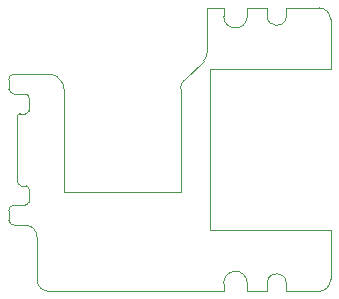
<source format=gbr>
%TF.GenerationSoftware,KiCad,Pcbnew,8.0.8*%
%TF.CreationDate,2025-02-21T00:18:55+11:00*%
%TF.ProjectId,FrameworkDongleHiderRetrofit,4672616d-6577-46f7-926b-446f6e676c65,rev?*%
%TF.SameCoordinates,Original*%
%TF.FileFunction,Profile,NP*%
%FSLAX46Y46*%
G04 Gerber Fmt 4.6, Leading zero omitted, Abs format (unit mm)*
G04 Created by KiCad (PCBNEW 8.0.8) date 2025-02-21 00:18:55*
%MOMM*%
%LPD*%
G01*
G04 APERTURE LIST*
%TA.AperFunction,Profile*%
%ADD10C,0.100000*%
%TD*%
G04 APERTURE END LIST*
D10*
X139190472Y-95340001D02*
G75*
G02*
X139697939Y-95579610I-26872J-714099D01*
G01*
X157487461Y-113740000D02*
X157487461Y-113040000D01*
X162837500Y-94950000D02*
X152657500Y-94950000D01*
X162837500Y-108550000D02*
X162837427Y-112740216D01*
X153787500Y-113740000D02*
X153786318Y-113086686D01*
X137085707Y-108142407D02*
G75*
G02*
X137987508Y-109141024I-96007J-993193D01*
G01*
X137287461Y-105092624D02*
X137287461Y-106040000D01*
X157489977Y-112950131D02*
G75*
G02*
X159087522Y-113038590I796323J-88469D01*
G01*
X150136393Y-96587969D02*
X150137500Y-105310000D01*
X136987461Y-108140000D02*
X137085707Y-108142407D01*
X153787461Y-90441333D02*
X153787461Y-89740000D01*
X137284580Y-106199091D02*
G75*
G02*
X136984418Y-106440026I-291480J55691D01*
G01*
X136984419Y-106440000D02*
X136087461Y-106440000D01*
X136087411Y-108140000D02*
X136987461Y-108140000D01*
X162837500Y-94950000D02*
X162837461Y-90740000D01*
X135587461Y-95840006D02*
G75*
G02*
X136022304Y-95342121I497639J4206D01*
G01*
X135587461Y-106940006D02*
X135587461Y-107640000D01*
X137046566Y-97042882D02*
G75*
G02*
X137287389Y-97342622I-55766J-291418D01*
G01*
X152384846Y-93519206D02*
X152384846Y-89740000D01*
X136627500Y-104790000D02*
X136987461Y-104790000D01*
X138987253Y-113740000D02*
X153787500Y-113740000D01*
X139966832Y-95865648D02*
X139697500Y-95580000D01*
X137287461Y-97440000D02*
X137287461Y-98390000D01*
X159087461Y-90440000D02*
X159084946Y-90529846D01*
X136627461Y-98690000D02*
X136568215Y-98692889D01*
X136987461Y-97040000D02*
X137046566Y-97042882D01*
X139967752Y-95864729D02*
G75*
G02*
X140259711Y-96572756I-705852J-705271D01*
G01*
X138987253Y-113739999D02*
G75*
G02*
X137989927Y-112838258I-4153J997799D01*
G01*
X137284580Y-98449091D02*
G75*
G02*
X136984418Y-98690026I-291480J55691D01*
G01*
X137987461Y-112740000D02*
X137989868Y-112838263D01*
X136087461Y-95340000D02*
X136022305Y-95342126D01*
X136087461Y-106440000D02*
X136022305Y-106442126D01*
X135587461Y-107640000D02*
X135589599Y-107705542D01*
X136984419Y-98690000D02*
X136627461Y-98690000D01*
X136987461Y-104790000D02*
X137046566Y-104792882D01*
X157487461Y-90441413D02*
X157487461Y-89740000D01*
X155787461Y-113740000D02*
X157487461Y-113740000D01*
X137287461Y-97342624D02*
X137287461Y-97440000D01*
X135587461Y-106940006D02*
G75*
G02*
X136022304Y-106442121I497639J4206D01*
G01*
X136087391Y-97040000D02*
X136987461Y-97040000D01*
X137987461Y-109141024D02*
X137987461Y-112740000D01*
X137046566Y-104792882D02*
G75*
G02*
X137287389Y-105092622I-55766J-291418D01*
G01*
X152657500Y-108540000D02*
X162837500Y-108550000D01*
X162837461Y-90740000D02*
X162835049Y-90641555D01*
X150452621Y-95865648D02*
X152089705Y-94228563D01*
X150136393Y-96587969D02*
G75*
G02*
X150452635Y-95865664I976907J2669D01*
G01*
X162837461Y-112740216D02*
G75*
G02*
X161935711Y-113737650I-997661J-4384D01*
G01*
X159087461Y-113740000D02*
X161837461Y-113740000D01*
X140259726Y-96572756D02*
X140259726Y-105315579D01*
X159084946Y-90529846D02*
G75*
G02*
X157487557Y-90441413I-796246J88446D01*
G01*
X157487461Y-89740000D02*
X155787461Y-89740000D01*
X136087411Y-108140000D02*
G75*
G02*
X135589642Y-107705536I-3911J497900D01*
G01*
X159087461Y-89740000D02*
X159087461Y-90440000D01*
X136327461Y-98990007D02*
G75*
G02*
X136568201Y-98692818I296639J5807D01*
G01*
X152385073Y-93519205D02*
G75*
G02*
X152089687Y-94228545I-1003973J1905D01*
G01*
X137287461Y-106040000D02*
X137287461Y-106140000D01*
X135587461Y-95840006D02*
X135587461Y-96540000D01*
X153787461Y-89740000D02*
X152384846Y-89740000D01*
X135587461Y-96540000D02*
X135589592Y-96605294D01*
X137287461Y-106140000D02*
X137284580Y-106199091D01*
X136327461Y-98990007D02*
X136327461Y-104496281D01*
X161837663Y-89740000D02*
G75*
G02*
X162835047Y-90641555I4137J-997900D01*
G01*
X159087461Y-113038590D02*
X159087461Y-113740000D01*
X152657500Y-94950000D02*
X152657500Y-108540000D01*
X155787461Y-90440000D02*
X155785054Y-90538257D01*
X161837663Y-89740000D02*
X159087461Y-89740000D01*
X136627500Y-104790000D02*
G75*
G02*
X136327370Y-104496283I0J300200D01*
G01*
X136087391Y-97040000D02*
G75*
G02*
X135589586Y-96605295I-4091J497700D01*
G01*
X155787461Y-89740000D02*
X155787461Y-90440000D01*
X161837461Y-113740000D02*
X161935706Y-113737593D01*
X155785054Y-90538257D02*
G75*
G02*
X153787450Y-90441333I-996454J96857D01*
G01*
X137287461Y-98390000D02*
X137284580Y-98449091D01*
X140259726Y-105315579D02*
X150137500Y-105310000D01*
X153786318Y-113086686D02*
G75*
G02*
X155787633Y-113038671I1000082J47986D01*
G01*
X139190472Y-95340001D02*
X136087461Y-95340000D01*
X157487461Y-113040000D02*
X157489977Y-112950131D01*
X155787461Y-113038671D02*
X155787461Y-113740000D01*
M02*

</source>
